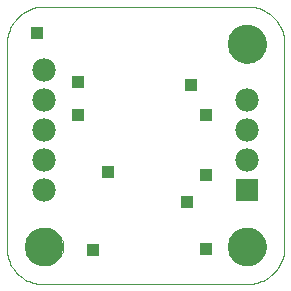
<source format=gbs>
G75*
G70*
%OFA0B0*%
%FSLAX24Y24*%
%IPPOS*%
%LPD*%
%AMOC8*
5,1,8,0,0,1.08239X$1,22.5*
%
%ADD10C,0.0000*%
%ADD11C,0.1290*%
%ADD12C,0.0780*%
%ADD13R,0.0780X0.0780*%
%ADD14R,0.0396X0.0396*%
D10*
X000411Y001660D02*
X000409Y001594D01*
X000411Y001528D01*
X000417Y001462D01*
X000426Y001396D01*
X000439Y001331D01*
X000456Y001266D01*
X000476Y001203D01*
X000500Y001141D01*
X000527Y001081D01*
X000558Y001022D01*
X000592Y000964D01*
X000629Y000909D01*
X000669Y000856D01*
X000712Y000806D01*
X000757Y000757D01*
X000806Y000712D01*
X000856Y000669D01*
X000909Y000629D01*
X000964Y000592D01*
X001022Y000558D01*
X001081Y000527D01*
X001141Y000500D01*
X001203Y000476D01*
X001266Y000456D01*
X001331Y000439D01*
X001396Y000426D01*
X001462Y000417D01*
X001528Y000411D01*
X001594Y000409D01*
X001660Y000411D01*
X001660Y000410D02*
X008410Y000410D01*
X008478Y000412D01*
X008545Y000417D01*
X008612Y000426D01*
X008679Y000439D01*
X008744Y000456D01*
X008809Y000475D01*
X008873Y000499D01*
X008935Y000526D01*
X008996Y000556D01*
X009054Y000589D01*
X009111Y000625D01*
X009166Y000665D01*
X009219Y000707D01*
X009270Y000753D01*
X009317Y000800D01*
X009363Y000851D01*
X009405Y000904D01*
X009445Y000959D01*
X009481Y001016D01*
X009514Y001074D01*
X009544Y001135D01*
X009571Y001197D01*
X009595Y001261D01*
X009614Y001326D01*
X009631Y001391D01*
X009644Y001458D01*
X009653Y001525D01*
X009658Y001592D01*
X009660Y001660D01*
X009660Y008410D01*
X009658Y008478D01*
X009653Y008545D01*
X009644Y008612D01*
X009631Y008679D01*
X009614Y008744D01*
X009595Y008809D01*
X009571Y008873D01*
X009544Y008935D01*
X009514Y008996D01*
X009481Y009054D01*
X009445Y009111D01*
X009405Y009166D01*
X009363Y009219D01*
X009317Y009270D01*
X009270Y009317D01*
X009219Y009363D01*
X009166Y009405D01*
X009111Y009445D01*
X009054Y009481D01*
X008996Y009514D01*
X008935Y009544D01*
X008873Y009571D01*
X008809Y009595D01*
X008744Y009614D01*
X008679Y009631D01*
X008612Y009644D01*
X008545Y009653D01*
X008478Y009658D01*
X008410Y009660D01*
X001660Y009660D01*
X001592Y009658D01*
X001525Y009653D01*
X001458Y009644D01*
X001391Y009631D01*
X001326Y009614D01*
X001261Y009595D01*
X001197Y009571D01*
X001135Y009544D01*
X001074Y009514D01*
X001016Y009481D01*
X000959Y009445D01*
X000904Y009405D01*
X000851Y009363D01*
X000800Y009317D01*
X000753Y009270D01*
X000707Y009219D01*
X000665Y009166D01*
X000625Y009111D01*
X000589Y009054D01*
X000556Y008996D01*
X000526Y008935D01*
X000499Y008873D01*
X000475Y008809D01*
X000456Y008744D01*
X000439Y008679D01*
X000426Y008612D01*
X000417Y008545D01*
X000412Y008478D01*
X000410Y008410D01*
X000410Y001660D01*
X001035Y001660D02*
X001037Y001710D01*
X001043Y001759D01*
X001053Y001808D01*
X001066Y001855D01*
X001084Y001902D01*
X001105Y001947D01*
X001129Y001990D01*
X001157Y002031D01*
X001188Y002070D01*
X001222Y002106D01*
X001259Y002140D01*
X001299Y002170D01*
X001340Y002197D01*
X001384Y002221D01*
X001429Y002241D01*
X001476Y002257D01*
X001524Y002270D01*
X001573Y002279D01*
X001623Y002284D01*
X001672Y002285D01*
X001722Y002282D01*
X001771Y002275D01*
X001820Y002264D01*
X001867Y002250D01*
X001913Y002231D01*
X001958Y002209D01*
X002001Y002184D01*
X002041Y002155D01*
X002079Y002123D01*
X002115Y002089D01*
X002148Y002051D01*
X002177Y002011D01*
X002203Y001969D01*
X002226Y001925D01*
X002245Y001879D01*
X002261Y001832D01*
X002273Y001783D01*
X002281Y001734D01*
X002285Y001685D01*
X002285Y001635D01*
X002281Y001586D01*
X002273Y001537D01*
X002261Y001488D01*
X002245Y001441D01*
X002226Y001395D01*
X002203Y001351D01*
X002177Y001309D01*
X002148Y001269D01*
X002115Y001231D01*
X002079Y001197D01*
X002041Y001165D01*
X002001Y001136D01*
X001958Y001111D01*
X001913Y001089D01*
X001867Y001070D01*
X001820Y001056D01*
X001771Y001045D01*
X001722Y001038D01*
X001672Y001035D01*
X001623Y001036D01*
X001573Y001041D01*
X001524Y001050D01*
X001476Y001063D01*
X001429Y001079D01*
X001384Y001099D01*
X001340Y001123D01*
X001299Y001150D01*
X001259Y001180D01*
X001222Y001214D01*
X001188Y001250D01*
X001157Y001289D01*
X001129Y001330D01*
X001105Y001373D01*
X001084Y001418D01*
X001066Y001465D01*
X001053Y001512D01*
X001043Y001561D01*
X001037Y001610D01*
X001035Y001660D01*
X007785Y001660D02*
X007787Y001710D01*
X007793Y001759D01*
X007803Y001808D01*
X007816Y001855D01*
X007834Y001902D01*
X007855Y001947D01*
X007879Y001990D01*
X007907Y002031D01*
X007938Y002070D01*
X007972Y002106D01*
X008009Y002140D01*
X008049Y002170D01*
X008090Y002197D01*
X008134Y002221D01*
X008179Y002241D01*
X008226Y002257D01*
X008274Y002270D01*
X008323Y002279D01*
X008373Y002284D01*
X008422Y002285D01*
X008472Y002282D01*
X008521Y002275D01*
X008570Y002264D01*
X008617Y002250D01*
X008663Y002231D01*
X008708Y002209D01*
X008751Y002184D01*
X008791Y002155D01*
X008829Y002123D01*
X008865Y002089D01*
X008898Y002051D01*
X008927Y002011D01*
X008953Y001969D01*
X008976Y001925D01*
X008995Y001879D01*
X009011Y001832D01*
X009023Y001783D01*
X009031Y001734D01*
X009035Y001685D01*
X009035Y001635D01*
X009031Y001586D01*
X009023Y001537D01*
X009011Y001488D01*
X008995Y001441D01*
X008976Y001395D01*
X008953Y001351D01*
X008927Y001309D01*
X008898Y001269D01*
X008865Y001231D01*
X008829Y001197D01*
X008791Y001165D01*
X008751Y001136D01*
X008708Y001111D01*
X008663Y001089D01*
X008617Y001070D01*
X008570Y001056D01*
X008521Y001045D01*
X008472Y001038D01*
X008422Y001035D01*
X008373Y001036D01*
X008323Y001041D01*
X008274Y001050D01*
X008226Y001063D01*
X008179Y001079D01*
X008134Y001099D01*
X008090Y001123D01*
X008049Y001150D01*
X008009Y001180D01*
X007972Y001214D01*
X007938Y001250D01*
X007907Y001289D01*
X007879Y001330D01*
X007855Y001373D01*
X007834Y001418D01*
X007816Y001465D01*
X007803Y001512D01*
X007793Y001561D01*
X007787Y001610D01*
X007785Y001660D01*
X007785Y008410D02*
X007787Y008460D01*
X007793Y008509D01*
X007803Y008558D01*
X007816Y008605D01*
X007834Y008652D01*
X007855Y008697D01*
X007879Y008740D01*
X007907Y008781D01*
X007938Y008820D01*
X007972Y008856D01*
X008009Y008890D01*
X008049Y008920D01*
X008090Y008947D01*
X008134Y008971D01*
X008179Y008991D01*
X008226Y009007D01*
X008274Y009020D01*
X008323Y009029D01*
X008373Y009034D01*
X008422Y009035D01*
X008472Y009032D01*
X008521Y009025D01*
X008570Y009014D01*
X008617Y009000D01*
X008663Y008981D01*
X008708Y008959D01*
X008751Y008934D01*
X008791Y008905D01*
X008829Y008873D01*
X008865Y008839D01*
X008898Y008801D01*
X008927Y008761D01*
X008953Y008719D01*
X008976Y008675D01*
X008995Y008629D01*
X009011Y008582D01*
X009023Y008533D01*
X009031Y008484D01*
X009035Y008435D01*
X009035Y008385D01*
X009031Y008336D01*
X009023Y008287D01*
X009011Y008238D01*
X008995Y008191D01*
X008976Y008145D01*
X008953Y008101D01*
X008927Y008059D01*
X008898Y008019D01*
X008865Y007981D01*
X008829Y007947D01*
X008791Y007915D01*
X008751Y007886D01*
X008708Y007861D01*
X008663Y007839D01*
X008617Y007820D01*
X008570Y007806D01*
X008521Y007795D01*
X008472Y007788D01*
X008422Y007785D01*
X008373Y007786D01*
X008323Y007791D01*
X008274Y007800D01*
X008226Y007813D01*
X008179Y007829D01*
X008134Y007849D01*
X008090Y007873D01*
X008049Y007900D01*
X008009Y007930D01*
X007972Y007964D01*
X007938Y008000D01*
X007907Y008039D01*
X007879Y008080D01*
X007855Y008123D01*
X007834Y008168D01*
X007816Y008215D01*
X007803Y008262D01*
X007793Y008311D01*
X007787Y008360D01*
X007785Y008410D01*
D11*
X008410Y008410D03*
X008410Y001660D03*
X001660Y001660D03*
D12*
X001660Y003535D03*
X001660Y004535D03*
X001660Y005535D03*
X001660Y006535D03*
X001660Y007535D03*
X008410Y006535D03*
X008410Y005535D03*
X008410Y004535D03*
D13*
X008410Y003535D03*
D14*
X007035Y004035D03*
X006410Y003160D03*
X007035Y001575D03*
X003785Y004160D03*
X002785Y006035D03*
X002785Y007160D03*
X001410Y008785D03*
X006535Y007035D03*
X007035Y006035D03*
X003285Y001535D03*
M02*

</source>
